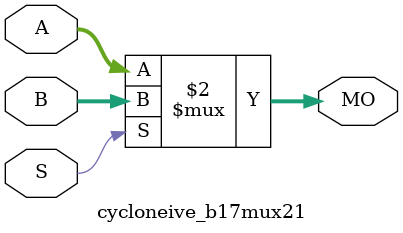
<source format=v>
module cycloneive_b17mux21 (MO, A, B, S);
   input [16:0] A, B;
   input 	S;
   output [16:0] MO; 
   assign MO = (S == 1) ? B : A; 
endmodule
</source>
